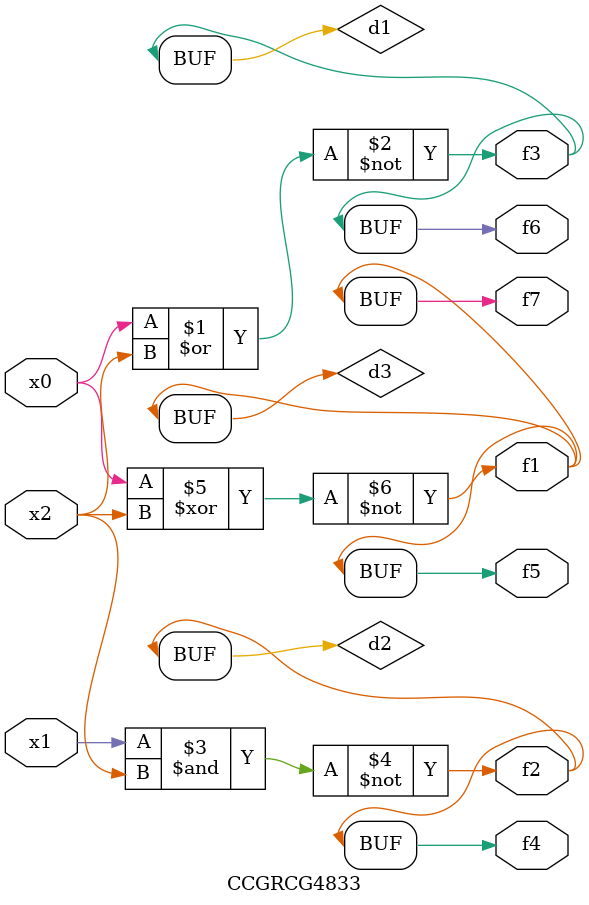
<source format=v>
module CCGRCG4833(
	input x0, x1, x2,
	output f1, f2, f3, f4, f5, f6, f7
);

	wire d1, d2, d3;

	nor (d1, x0, x2);
	nand (d2, x1, x2);
	xnor (d3, x0, x2);
	assign f1 = d3;
	assign f2 = d2;
	assign f3 = d1;
	assign f4 = d2;
	assign f5 = d3;
	assign f6 = d1;
	assign f7 = d3;
endmodule

</source>
